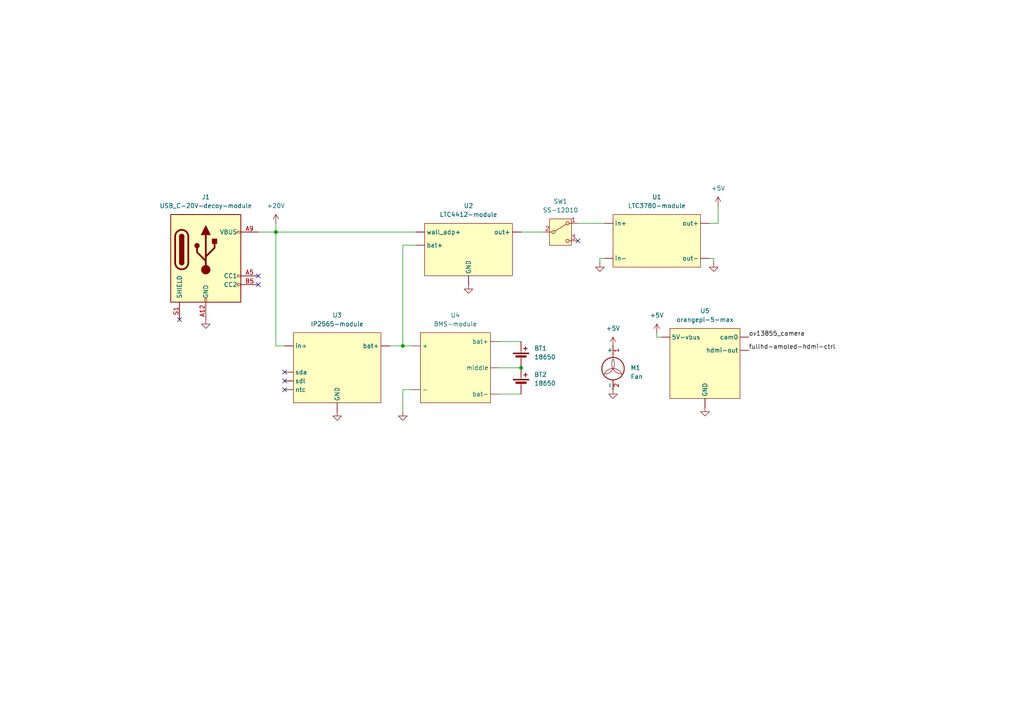
<source format=kicad_sch>
(kicad_sch (version 20250114) (generator "eeschema") (generator_version "9.0")
  (paper "A4")
  (lib_symbols
    (symbol "Battery_Management:BMS-module"
      (property "Reference" "U4" (at 0 15.24 0))
      (property "Value" "BMS-module" (at 0 12.7 0))
      (symbol "BMS-module_1_1"
        (rectangle (start -10.16 10.16) (end 10.16 -10.16) (fill (type background)))
        (pin bidirectional line (at -12.7 7.62 0) (length 2.54) (name "bat+") (number ""))
        (pin bidirectional line (at -12.7 0 0) (length 2.54) (name "middle") (number ""))
        (pin bidirectional line (at -12.7 -7.62 0) (length 2.54) (name "bat-") (number ""))
        (pin bidirectional line (at 12.7 6.35 180) (length 2.54) (name "+") (number ""))
        (pin bidirectional line (at 12.7 -6.35 180) (length 2.54) (name "-") (number ""))
      )
    )
    (symbol "Battery_Management:IP2565-module"
      (property "Reference" "U3" (at 0 15.24 0))
      (property "Value" "IP2565-module" (at 0 12.7 0))
      (symbol "IP2565-module_1_1"
        (rectangle (start -12.7 10.16) (end 12.7 -10.16) (fill (type background)))
        (pin power_in line (at -15.24 6.35 0) (length 2.54) (name "in+") (number ""))
        (pin bidirectional line (at -15.24 -1.27 0) (length 2.54) (name "sda") (number ""))
        (pin bidirectional line (at -15.24 -3.81 0) (length 2.54) (name "sdl") (number ""))
        (pin bidirectional line (at -15.24 -6.35 0) (length 2.54) (name "ntc") (number ""))
        (pin power_in line (at 0 -12.7 90) (length 2.54) (name "GND") (number ""))
        (pin power_out line (at 15.24 6.35 180) (length 2.54) (name "bat+") (number ""))
      )
    )
    (symbol "Connector:USB_C_Receptacle_PowerOnly_6P" (pin_names (offset 1.016))
      (property "Reference" "J" (at 0 16.51 0))
      (property "Value" "USB_C_Receptacle_PowerOnly_6P" (at 0 13.97 0))
      (symbol "USB_C_Receptacle_PowerOnly_6P_0_0"
        (rectangle (start -0.254 -12.7) (end 0.254 -11.684))
        (rectangle (start 10.16 7.874) (end 9.144 7.366))
        (rectangle (start 10.16 -4.826) (end 9.144 -5.334))
        (rectangle (start 10.16 -7.366) (end 9.144 -7.874))
      )
      (symbol "USB_C_Receptacle_PowerOnly_6P_0_1"
        (rectangle (start -10.16 12.7) (end 10.16 -12.7) (stroke (width 0.254)) (fill (type background)))
        (polyline (pts (xy -8.89 -1.27) (xy -8.89 6.35)) (stroke (width 0.508)))
        (rectangle (start -7.62 -1.27) (end -6.35 6.35) (stroke (width 0.254)) (fill (type outline)))
        (arc (start -7.62 6.35) (mid -6.985 6.9823) (end -6.35 6.35) (stroke (width 0.254)))
        (arc (start -7.62 6.35) (mid -6.985 6.9823) (end -6.35 6.35) (stroke (width 0.254)) (fill (type outline)))
        (arc (start -8.89 6.35) (mid -6.985 8.2467) (end -5.08 6.35) (stroke (width 0.508)))
        (arc (start -5.08 -1.27) (mid -6.985 -3.1667) (end -8.89 -1.27) (stroke (width 0.508)))
        (arc (start -6.35 -1.27) (mid -6.985 -1.9023) (end -7.62 -1.27) (stroke (width 0.254)))
        (arc (start -6.35 -1.27) (mid -6.985 -1.9023) (end -7.62 -1.27) (stroke (width 0.254)) (fill (type outline)))
        (polyline (pts (xy -5.08 6.35) (xy -5.08 -1.27)) (stroke (width 0.508)))
        (circle (center -2.54 3.683) (radius 0.635) (stroke (width 0.254)) (fill (type outline)))
        (polyline (pts (xy -1.27 6.858) (xy 0 9.398) (xy 1.27 6.858) (xy -1.27 6.858)) (stroke (width 0.254)) (fill (type outline)))
        (polyline (pts (xy 0 0.508) (xy 2.54 3.048) (xy 2.54 4.318)) (stroke (width 0.508)))
        (polyline (pts (xy 0 -0.762) (xy -2.54 1.778) (xy -2.54 3.048)) (stroke (width 0.508)))
        (polyline (pts (xy 0 -3.302) (xy 0 6.858)) (stroke (width 0.508)))
        (circle (center 0 -3.302) (radius 1.27) (fill (type outline)))
        (rectangle (start 1.905 4.318) (end 3.175 5.588) (stroke (width 0.254)) (fill (type outline)))
      )
      (symbol "USB_C_Receptacle_PowerOnly_6P_1_1"
        (pin passive line (at -7.62 -17.78 90) (length 5.08) (name "SHIELD") (number "S1"))
        (pin passive line (at 0 -17.78 90) (length 5.08) (name "GND") (number "A12"))
        (pin passive line (at 0 -17.78 90) (length 5.08) (hide yes) (name "GND") (number "B12"))
        (pin passive line (at 15.24 7.62 180) (length 5.08) (name "VBUS") (number "A9"))
        (pin passive line (at 15.24 7.62 180) (length 5.08) (hide yes) (name "VBUS") (number "B9"))
        (pin bidirectional line (at 15.24 -5.08 180) (length 5.08) (name "CC1") (number "A5"))
        (pin bidirectional line (at 15.24 -7.62 180) (length 5.08) (name "CC2") (number "B5"))
      )
    )
    (symbol "Converter_DCDC:LTC3780-module"
      (property "Reference" "U1" (at 0 12.7 0))
      (property "Value" "LTC3780-module" (at 0 10.16 0))
      (symbol "LTC3780-module_1_1"
        (rectangle (start -12.7 7.62) (end 12.7 -7.62) (fill (type background)))
        (pin power_in line (at -15.24 5.08 0) (length 2.54) (name "in+") (number ""))
        (pin power_in line (at -15.24 -5.08 0) (length 2.54) (name "in-") (number ""))
        (pin power_out line (at 15.24 5.08 180) (length 2.54) (name "out+") (number ""))
        (pin power_out line (at 15.24 -5.08 180) (length 2.54) (name "out-") (number ""))
      )
    )
    (symbol "Device:Battery_Cell" (pin_numbers (hide yes)) (pin_names (offset 0) (hide yes))
      (property "Reference" "BT" (at 2.54 2.54 0))
      (property "Value" "Battery_Cell" (at 2.54 0 0))
      (symbol "Battery_Cell_0_1"
        (rectangle (start -2.286 1.778) (end 2.286 1.524) (fill (type outline)))
        (rectangle (start -1.524 1.016) (end 1.524 0.508) (fill (type outline)))
        (polyline (pts (xy 0 1.778) (xy 0 2.54)))
        (polyline (pts (xy 0 0.762) (xy 0 0)))
        (polyline (pts (xy 0.762 3.048) (xy 1.778 3.048)) (stroke (width 0.254)))
        (polyline (pts (xy 1.27 3.556) (xy 1.27 2.54)) (stroke (width 0.254)))
      )
      (symbol "Battery_Cell_1_1"
        (pin passive line (at 0 5.08 270) (length 2.54) (name "+") (number "1"))
        (pin passive line (at 0 -2.54 90) (length 2.54) (name "-") (number "2"))
      )
    )
    (symbol "MCU_Module:orangepi-5-max"
      (property "Reference" "U" (at 0 0 0))
      (property "Value" "orangepi-5-max" (at 0 0 0))
      (symbol "orangepi-5-max_1_1"
        (rectangle (start -10.16 10.16) (end 10.16 -10.16) (fill (type background)))
        (pin power_in line (at -12.7 7.62 0) (length 2.54) (name "5V-vbus") (number ""))
        (pin bidirectional line (at 0 -12.7 90) (length 2.54) (name "GND") (number ""))
        (pin bidirectional line (at 12.7 7.62 180) (length 2.54) (name "cam0") (number ""))
        (pin bidirectional line (at 12.7 3.81 180) (length 2.54) (name "hdmi-out") (number ""))
      )
    )
    (symbol "Motor:Fan" (pin_names (offset 0))
      (property "Reference" "M" (at 2.54 5.08 0))
      (property "Value" "Fan" (at 2.54 -2.54 0))
      (symbol "Fan_0_1"
        (arc (start 0 3.81) (mid -0.0015 0.9048) (end -2.54 -0.508))
        (polyline (pts (xy 0 4.572) (xy 0 5.08)))
        (polyline (pts (xy 0 4.2672) (xy 0 4.6228)))
        (circle (center 0 1.016) (radius 3.2512) (stroke (width 0.254)))
        (arc (start -2.54 -0.508) (mid 0 1.0618) (end 2.54 -0.508))
        (polyline (pts (xy 0 -2.2352) (xy 0 -2.6416)))
        (polyline (pts (xy 0 -5.08) (xy 0 -4.572)))
        (arc (start 2.54 -0.508) (mid 0.047 0.9315) (end 0 3.81))
      )
      (symbol "Fan_1_1"
        (pin passive line (at 0 7.62 270) (length 2.54) (name "+") (number "1"))
        (pin passive line (at 0 -5.08 90) (length 2.54) (name "-") (number "2"))
      )
    )
    (symbol "Power_Management:LTC4412-module"
      (property "Reference" "U" (at 0 0 0))
      (property "Value" "LTC4412-module" (at 0 0 0))
      (symbol "LTC4412-module_1_1"
        (rectangle (start -12.7 7.62) (end 12.7 -7.62) (fill (type background)))
        (pin power_in line (at -15.24 5.08 0) (length 2.54) (name "wall_adp+") (number ""))
        (pin power_in line (at -15.24 1.27 0) (length 2.54) (name "bat+") (number ""))
        (pin power_in line (at 0 -10.16 90) (length 2.54) (name "GND") (number ""))
        (pin power_out line (at 15.24 5.08 180) (length 2.54) (name "out+") (number ""))
      )
    )
    (symbol "Switch:SW_SPDT" (pin_names (offset 0) (hide yes))
      (property "Reference" "SW" (at 0 5.08 0))
      (property "Value" "SW_SPDT" (at 0 -5.08 0))
      (symbol "SW_SPDT_0_1"
        (circle (center -2.032 0) (radius 0.4572))
        (polyline (pts (xy -1.651 0.254) (xy 1.651 2.286)))
        (circle (center 2.032 2.54) (radius 0.4572))
        (circle (center 2.032 -2.54) (radius 0.4572))
      )
      (symbol "SW_SPDT_1_1"
        (rectangle (start -3.175 3.81) (end 3.175 -3.81) (fill (type background)))
        (pin passive line (at -5.08 0 0) (length 2.54) (name "B") (number "2"))
        (pin passive line (at 5.08 2.54 180) (length 2.54) (name "A") (number "1"))
        (pin passive line (at 5.08 -2.54 180) (length 2.54) (name "C") (number "3"))
      )
    )
    (symbol "power:+1V1" (power) (pin_numbers (hide yes)) (pin_names (offset 0) (hide yes))
      (property "Value" "+1V1" (at 0 3.556 0))
      (symbol "+1V1_0_1"
        (polyline (pts (xy -0.762 1.27) (xy 0 2.54)))
        (polyline (pts (xy 0 2.54) (xy 0.762 1.27)))
        (polyline (pts (xy 0 0) (xy 0 2.54)))
      )
      (symbol "+1V1_1_1"
        (pin power_in line (at 0 0 90) (length 0) (name "~") (number "1"))
      )
    )
    (symbol "power:GND" (power) (pin_numbers (hide yes)) (pin_names (offset 0) (hide yes))
      (property "Value" "GND" (at 0 -3.81 0))
      (symbol "GND_0_1"
        (polyline (pts (xy 0 0) (xy 0 -1.27) (xy 1.27 -1.27) (xy 0 -2.54) (xy -1.27 -1.27) (xy 0 -1.27)))
      )
      (symbol "GND_1_1"
        (pin power_in line (at 0 0 270) (length 0) (name "~") (number "1"))
      )
    )
  )
  (junction (at 151.13 106.68))
  (junction (at 116.84 100.33))
  (junction (at 80.01 67.31))
  (no_connect (at 82.55 113.03))
  (no_connect (at 82.55 110.49))
  (no_connect (at 82.55 107.95))
  (no_connect (at 74.93 80.01))
  (no_connect (at 52.07 92.71))
  (no_connect (at 167.64 69.85))
  (no_connect (at 74.93 82.55))
  (wire (pts (xy 116.84 71.12) (xy 120.65 71.12)))
  (wire (pts (xy 80.01 64.77) (xy 80.01 67.31)))
  (wire (pts (xy 151.13 67.31) (xy 157.48 67.31)))
  (wire (pts (xy 116.84 71.12) (xy 116.84 100.33)))
  (wire (pts (xy 207.01 76.2) (xy 207.01 74.93)))
  (wire (pts (xy 190.5 96.52) (xy 190.5 97.79)))
  (wire (pts (xy 208.28 59.69) (xy 208.28 64.77)))
  (wire (pts (xy 207.01 74.93) (xy 205.74 74.93)))
  (wire (pts (xy 205.74 64.77) (xy 208.28 64.77)))
  (wire (pts (xy 173.99 74.93) (xy 175.26 74.93)))
  (wire (pts (xy 116.84 113.03) (xy 119.38 113.03)))
  (wire (pts (xy 167.64 64.77) (xy 175.26 64.77)))
  (wire (pts (xy 80.01 67.31) (xy 80.01 100.33)))
  (wire (pts (xy 144.78 99.06) (xy 151.13 99.06)))
  (wire (pts (xy 144.78 114.3) (xy 151.13 114.3)))
  (wire (pts (xy 113.03 100.33) (xy 116.84 100.33)))
  (wire (pts (xy 116.84 100.33) (xy 119.38 100.33)))
  (wire (pts (xy 190.5 97.79) (xy 191.77 97.79)))
  (wire (pts (xy 74.93 67.31) (xy 80.01 67.31)))
  (wire (pts (xy 82.55 100.33) (xy 80.01 100.33)))
  (wire (pts (xy 80.01 67.31) (xy 120.65 67.31)))
  (wire (pts (xy 116.84 113.03) (xy 116.84 119.38)))
  (wire (pts (xy 144.78 106.68) (xy 151.13 106.68)))
  (wire (pts (xy 173.99 76.2) (xy 173.99 74.93)))
  (label "ov13855_camera" (at 217.17 97.79 0))
  (label "fullhd-amoled-hdmi-ctrl" (at 217.17 101.6 0))
  (symbol (lib_id "power:GND") (at 177.8 113.03 0) (mirror y) (unit 1)
    (property "Reference" "#PWR09" (effects (hide yes)))
    (property "Value" "GND" (effects (hide yes)))
    (property "Description" "Power symbol creates a global label with name \"GND\" , ground" (effects (hide yes)))
  )
  (symbol (lib_id "power:+1V1") (at 190.5 96.52 0) (unit 1)
    (property "Reference" "#PWR011" (effects (hide yes)))
    (property "Value" "+5V" (at 190.5 91.44 0))
    (property "Description" "Power symbol creates a global label with name \"+1V1\"" (effects (hide yes)))
  )
  (symbol (lib_id "power:+1V1") (at 177.8 100.33 0) (unit 1)
    (property "Reference" "#PWR010" (effects (hide yes)))
    (property "Value" "+5V" (at 177.8 95.25 0))
    (property "Description" "Power symbol creates a global label with name \"+1V1\"" (effects (hide yes)))
  )
  (symbol (lib_id "Battery_Management:BMS-module") (at 132.08 106.68 0) (mirror y) (unit 1)
    (property "Reference" "U4" (at 132.08 91.44 0))
    (property "Value" "BMS-module" (at 132.08 93.98 0))
  )
  (symbol (lib_id "Power_Management:LTC4412-module") (at 135.89 72.39 0) (unit 1)
    (property "Reference" "U2" (at 135.89 59.69 0))
    (property "Value" "LTC4412-module" (at 135.89 62.23 0))
  )
  (symbol (lib_id "Battery_Management:IP2565-module") (at 97.79 106.68 0) (unit 1)
    (property "Reference" "U3" (at 97.79 91.44 0))
    (property "Value" "IP2565-module" (at 97.79 93.98 0))
  )
  (symbol (lib_id "Motor:Fan") (at 177.8 107.95 0) (unit 1)
    (property "Reference" "M1" (at 182.88 106.6799 0) (effects (justify left)))
    (property "Value" "Fan" (at 182.88 109.2199 0) (effects (justify left)))
    (property "Description" "Fan" (effects (hide yes)))
  )
  (symbol (lib_id "power:GND") (at 173.99 76.2 0) (unit 1)
    (property "Reference" "#PWR03" (effects (hide yes)))
    (property "Value" "GND" (effects (hide yes)))
    (property "Description" "Power symbol creates a global label with name \"GND\" , ground" (effects (hide yes)))
  )
  (symbol (lib_id "power:+1V1") (at 208.28 59.69 0) (unit 1)
    (property "Reference" "#PWR08" (effects (hide yes)))
    (property "Value" "+5V" (at 208.28 54.61 0))
    (property "Description" "Power symbol creates a global label with name \"+1V1\"" (effects (hide yes)))
  )
  (symbol (lib_id "power:GND") (at 116.84 119.38 0) (unit 1)
    (property "Reference" "#PWR07" (effects (hide yes)))
    (property "Value" "GND" (effects (hide yes)))
    (property "Description" "Power symbol creates a global label with name \"GND\" , ground" (effects (hide yes)))
  )
  (symbol (lib_id "MCU_Module:orangepi-5-max") (at 204.47 105.41 0) (unit 1)
    (property "Reference" "U5" (at 204.47 90.17 0))
    (property "Value" "orangepi-5-max" (at 204.47 92.71 0))
  )
  (symbol (lib_id "power:GND") (at 135.89 82.55 0) (unit 1)
    (property "Reference" "#PWR05" (effects (hide yes)))
    (property "Value" "GND" (effects (hide yes)))
    (property "Description" "Power symbol creates a global label with name \"GND\" , ground" (effects (hide yes)))
  )
  (symbol (lib_id "Converter_DCDC:LTC3780-module") (at 190.5 69.85 0) (unit 1)
    (property "Reference" "U1" (at 190.5 57.15 0))
    (property "Value" "LTC3780-module" (at 190.5 59.69 0))
  )
  (symbol (lib_id "power:+1V1") (at 80.01 64.77 0) (unit 1)
    (property "Reference" "#PWR01" (effects (hide yes)))
    (property "Value" "+20V" (at 80.01 59.69 0))
    (property "Description" "Power symbol creates a global label with name \"+1V1\"" (effects (hide yes)))
  )
  (symbol (lib_id "Switch:SW_SPDT") (at 162.56 67.31 0) (unit 1)
    (property "Reference" "SW1" (at 162.56 58.42 0))
    (property "Value" "SS-12D10" (at 162.56 60.96 0))
    (property "Description" "Switch, single pole double throw" (effects (hide yes)))
  )
  (symbol (lib_id "Connector:USB_C_Receptacle_PowerOnly_6P") (at 59.69 74.93 0) (unit 1)
    (property "Reference" "J1" (at 59.69 57.15 0))
    (property "Value" "USB_C-20V-decoy-module" (at 59.69 59.69 0))
    (property "Datasheet" "https://www.usb.org/sites/default/files/documents/usb_type-c.zip" (effects (hide yes)))
    (property "Description" "USB Power-Only 6P Type-C Receptacle connector" (effects (hide yes)))
  )
  (symbol (lib_id "power:GND") (at 204.47 118.11 0) (mirror y) (unit 1)
    (property "Reference" "#PWR012" (effects (hide yes)))
    (property "Value" "GND" (effects (hide yes)))
    (property "Description" "Power symbol creates a global label with name \"GND\" , ground" (effects (hide yes)))
  )
  (symbol (lib_id "power:GND") (at 59.69 92.71 0) (unit 1)
    (property "Reference" "#PWR02" (effects (hide yes)))
    (property "Value" "GND" (effects (hide yes)))
    (property "Description" "Power symbol creates a global label with name \"GND\" , ground" (effects (hide yes)))
  )
  (symbol (lib_id "power:GND") (at 207.01 76.2 0) (mirror y) (unit 1)
    (property "Reference" "#PWR04" (effects (hide yes)))
    (property "Value" "GND" (effects (hide yes)))
    (property "Description" "Power symbol creates a global label with name \"GND\" , ground" (effects (hide yes)))
  )
  (symbol (lib_id "power:GND") (at 97.79 119.38 0) (unit 1)
    (property "Reference" "#PWR06" (effects (hide yes)))
    (property "Value" "GND" (effects (hide yes)))
    (property "Description" "Power symbol creates a global label with name \"GND\" , ground" (effects (hide yes)))
  )
  (symbol (lib_id "Device:Battery_Cell") (at 151.13 104.14 0) (unit 1)
    (property "Reference" "BT1" (at 154.94 101.0284 0) (effects (justify left)))
    (property "Value" "18650" (at 154.94 103.5684 0) (effects (justify left)))
    (property "Description" "Single-cell battery" (effects (hide yes)))
  )
  (symbol (lib_id "Device:Battery_Cell") (at 151.13 111.76 0) (unit 1)
    (property "Reference" "BT2" (at 154.94 108.6484 0) (effects (justify left)))
    (property "Value" "18650" (at 154.94 111.1884 0) (effects (justify left)))
    (property "Description" "Single-cell battery" (effects (hide yes)))
  )
)
</source>
